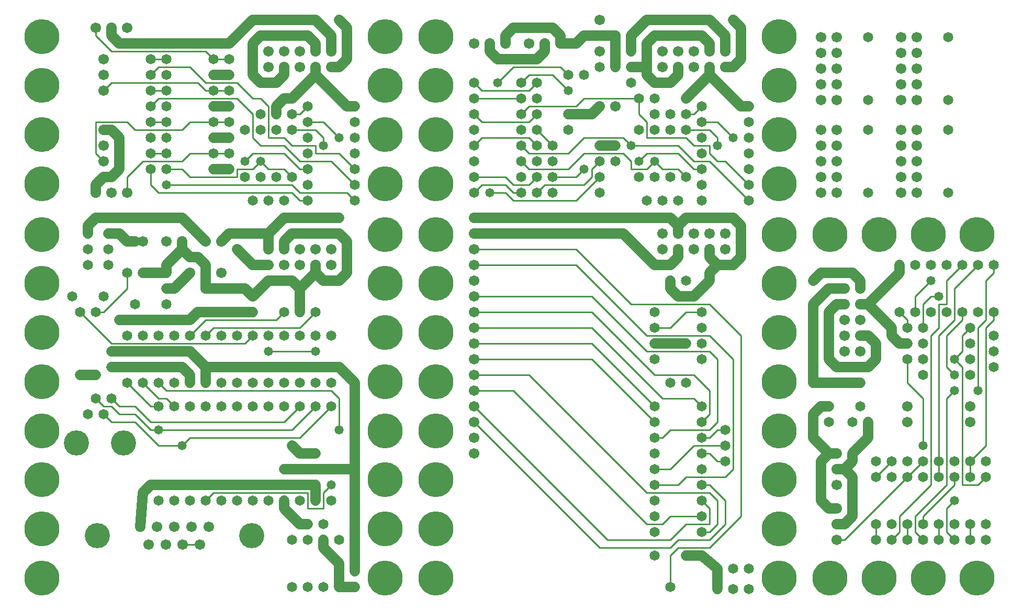
<source format=gtl>
%MOIN*%
%FSLAX25Y25*%
G04 D10 used for Character Trace; *
G04     Circle (OD=.01000) (No hole)*
G04 D11 used for Power Trace; *
G04     Circle (OD=.06500) (No hole)*
G04 D12 used for Signal Trace; *
G04     Circle (OD=.01100) (No hole)*
G04 D13 used for Via; *
G04     Circle (OD=.05800) (Round. Hole ID=.02800)*
G04 D14 used for Component hole; *
G04     Circle (OD=.06500) (Round. Hole ID=.03500)*
G04 D15 used for Component hole; *
G04     Circle (OD=.06700) (Round. Hole ID=.04300)*
G04 D16 used for Component hole; *
G04     Circle (OD=.08100) (Round. Hole ID=.05100)*
G04 D17 used for Component hole; *
G04     Circle (OD=.08900) (Round. Hole ID=.05900)*
G04 D18 used for Component hole; *
G04     Circle (OD=.11300) (Round. Hole ID=.08300)*
G04 D19 used for Component hole; *
G04     Circle (OD=.16000) (Round. Hole ID=.13000)*
G04 D20 used for Component hole; *
G04     Circle (OD=.18300) (Round. Hole ID=.15300)*
G04 D21 used for Component hole; *
G04     Circle (OD=.22291) (Round. Hole ID=.19291)*
%ADD10C,.01000*%
%ADD11C,.06500*%
%ADD12C,.01100*%
%ADD13C,.05800*%
%ADD14C,.06500*%
%ADD15C,.06700*%
%ADD16C,.08100*%
%ADD17C,.08900*%
%ADD18C,.11300*%
%ADD19C,.16000*%
%ADD20C,.18300*%
%ADD21C,.22291*%
%IPPOS*%
%LPD*%
G90*X0Y0D02*D21*X15625Y15625D03*Y46875D03*D19*    
X50800Y42400D03*D21*X15625Y78125D03*D15*          
X78200Y48100D03*D11*X80000Y70000D01*              
X85000Y75000D01*X190000D01*Y65000D01*D14*D03*D12* 
X185000Y60000D02*X195000D01*X185000Y70000D02*     
Y60000D01*X125000Y70000D02*X185000D01*            
X120000Y65000D02*X125000Y70000D01*D14*            
X120000Y65000D03*X130000D03*X110000D03*D15*       
X110900Y48100D03*X121800D03*D14*X140000Y65000D03* 
X100000D03*D15*Y48100D03*D19*X149200Y42400D03*D15*
X94600Y36800D03*X105400D03*D12*X116300D01*D15*D03*
X89100Y48100D03*X83700Y36800D03*D14*              
X90000Y65000D03*X150000D03*X160000D03*D11*        
X170000D02*Y60000D01*D14*Y65000D03*D11*Y60000D02* 
X180000Y50000D01*X185000D01*D14*D03*              
X195000Y40000D03*D11*Y35000D01*X205000Y25000D01*  
Y10000D01*D14*D03*D11*X215000D01*D14*D03*         
Y20000D03*D11*Y85000D01*X170000D01*D13*D03*D11*   
X175000Y100000D02*X180000Y95000D01*D13*           
X175000Y100000D03*D11*X180000Y95000D02*X190000D01*
D13*D03*D12*X110000Y105000D02*X180000D01*         
X105000Y100000D02*X110000Y105000D01*D13*          
X105000Y100000D03*D12*X90000D01*X75000Y115000D01* 
X60000D01*X55000Y120000D01*D14*D03*D12*Y125000D02*
X60000D01*X50000Y130000D02*X55000Y125000D01*D14*  
X50000Y130000D03*D12*X60000Y125000D02*            
X65000Y120000D01*X75000D01*X85000Y110000D01*      
X90000D01*D13*D03*D12*X175000D01*                 
X190000Y125000D01*D14*D03*D12*X95000Y135000D02*   
X200000D01*X90000Y140000D02*X95000Y135000D01*D14* 
X90000Y140000D03*X100000D03*X80000D03*D12*        
X90000Y130000D01*X95000D01*X100000Y125000D01*D14* 
D03*X110000D03*X90000D03*D12*X85000D01*           
X70000Y140000D01*D14*D03*X60000Y150000D03*D11*    
X105000D01*X110000Y145000D01*Y140000D01*D14*D03*  
D11*Y160000D02*X120000Y150000D01*X60000Y160000D02*
X110000D01*D14*X60000D03*D12*X40000Y185000D02*    
X60000Y165000D01*D14*X40000Y185000D03*X50000D03*  
D12*X55000D01*X70000Y200000D01*Y210000D01*D14*D03*
X80000D03*D11*X95000D01*D14*D03*D11*Y215000D01*   
X105000Y225000D01*Y230000D01*D15*D03*D11*         
Y225000D02*X110000Y220000D01*X115000D01*          
X120000Y215000D01*Y200000D01*D15*D03*D11*         
X145000D01*X150000Y195000D01*D14*D03*D11*         
X160000Y205000D01*X175000D01*X180000Y200000D01*   
Y185000D01*D14*D03*X190000D03*D12*                
X180000Y175000D01*X125000D01*X120000Y170000D01*   
D14*D03*D11*X65000Y180000D02*X110000D01*D13*      
X65000D03*D14*X75000Y190000D03*X70000Y170000D03*  
X80000D03*D12*X60000Y165000D02*X145000D01*        
X150000Y170000D01*D14*D03*D13*X160000Y160000D03*  
D12*X190000D01*D13*D03*D14*X200000Y170000D03*     
X180000D03*X190000D03*D11*X120000Y150000D02*      
X205000D01*X120000D02*Y140000D01*D14*D03*         
X130000D03*X120000Y125000D03*X130000D03*          
X140000D03*Y140000D03*X90000Y170000D03*X140000D03*
X150000Y125000D03*X130000Y170000D03*              
X150000Y140000D03*X110000Y170000D03*D12*          
X120000Y180000D01*X165000D01*X170000Y185000D01*   
D14*D03*D11*X180000Y200000D02*X190000Y210000D01*  
Y215000D01*D15*D03*D11*Y210000D02*                
X195000Y205000D01*X205000D01*X210000Y210000D01*   
Y230000D01*X205000Y235000D01*X175000D01*          
X170000Y230000D01*Y225000D01*D15*D03*             
X180000Y215000D03*D11*X135000Y235000D02*          
X160000D01*X130000Y230000D02*X135000Y235000D01*   
D15*X130000Y230000D03*D13*X140000Y225000D03*D11*  
X150000Y215000D01*X160000D01*D15*D03*X170000D03*  
X160000Y225000D03*D11*Y235000D01*                 
X170000Y245000D01*X205000D01*D13*D03*D15*         
X190000Y225000D03*X200000D03*X180000D03*D21*      
X234375Y234375D03*D15*X200000Y215000D03*D21*      
X234375Y203125D03*D14*X150000Y185000D03*D11*      
X115000D01*X110000Y180000D01*D14*                 
X100000Y170000D03*X95000Y190000D03*D11*Y200000D02*
X100000D01*D14*X95000D03*D11*X100000D02*          
X110000Y210000D01*D15*D03*X120000Y230000D03*D11*  
X105000Y245000D01*X50000D01*X45000Y240000D01*     
Y235000D01*D14*D03*X58000Y225000D03*Y235000D03*   
D11*X65000D01*X70000Y230000D01*D15*D03*D11*       
X75000D01*D15*X80000D03*X95000D03*D14*            
X58000Y215000D03*X45000Y225000D03*Y215000D03*     
X55000Y195000D03*X35000D03*D15*X130000Y210000D03* 
D21*X15625Y171875D03*Y234375D03*Y203125D03*D14*   
X160000Y170000D03*X40000Y145000D03*D11*X50000D01* 
D14*D03*X60000Y130000D03*D12*X65000Y125000D01*    
X75000D01*X85000Y115000D01*X170000D01*            
X180000Y125000D01*D14*D03*X170000D03*             
X190000Y140000D03*X180000D03*X170000D03*          
X160000D03*X200000Y125000D03*D12*                 
X180000Y105000D01*D14*X160000Y125000D03*D12*      
X200000Y135000D02*X205000Y130000D01*Y110000D01*   
D13*D03*D11*X215000Y140000D02*Y85000D01*          
X205000Y150000D02*X215000Y140000D01*D14*          
X200000D03*D21*X234375Y140625D03*Y171875D03*D14*  
X170000Y170000D03*D21*X234375Y109375D03*Y78125D03*
D13*X200000Y75000D03*D12*X195000Y70000D01*        
Y60000D01*D14*X200000Y65000D03*X195000Y50000D03*  
X180000Y65000D03*X175000Y40000D03*X185000D03*     
X205000D03*D21*X234375Y46875D03*Y15625D03*D14*    
X175000Y10000D03*X185000D03*X195000D03*D19*       
X67500Y101500D03*D14*X45000Y120000D03*D19*        
X37500Y101500D03*D21*X15625Y140625D03*Y109375D03* 
G90*X0Y1000D02*D14*X215000Y256000D03*D12*         
X210000Y261000D01*X180000D01*X175000Y266000D01*   
X95000D01*D13*D03*D12*X85000D02*X90000Y261000D01* 
X85000Y276000D02*Y266000D01*D14*Y276000D03*D12*   
X70000Y271000D02*X80000Y281000D01*                
X70000Y271000D02*Y261000D01*D15*D03*D11*          
X55000Y271000D02*X60000D01*X50000Y266000D02*      
X55000Y271000D01*X50000Y266000D02*Y261000D01*D15* 
D03*D11*X60000Y271000D02*X65000Y276000D01*        
Y296000D01*X60000Y301000D01*X55000D01*D15*D03*D12*
X50000Y306000D02*Y286000D01*X55000Y281000D01*D15* 
D03*Y291000D03*D12*X70000Y306000D02*              
X75000Y301000D01*X50000Y306000D02*X70000D01*D15*  
X55000Y326000D03*D12*X60000Y331000D01*X115000D01* 
X120000Y326000D01*X125000D01*D14*D03*D12*         
X135000D01*D14*D03*D12*X90000Y321000D02*          
X140000D01*X85000Y316000D02*X90000Y321000D01*D14* 
X85000Y316000D03*X95000Y306000D03*D12*X85000D01*  
D14*D03*X95000Y296000D03*Y316000D03*              
X85000Y296000D03*D12*X75000Y301000D02*X105000D01* 
X110000Y306000D01*X125000D01*D14*D03*D12*         
X135000D01*D14*D03*X125000Y316000D03*D11*         
X135000D01*D14*D03*D12*X140000Y321000D02*         
X150000Y311000D01*Y296000D01*X155000Y291000D01*   
X170000D01*X180000Y281000D01*X200000D01*          
X215000Y266000D01*D14*D03*Y276000D03*D12*         
X205000Y286000D01*X190000D01*Y291000D01*          
X175000D01*X170000Y296000D01*X160000D01*          
Y316000D01*X155000Y321000D01*X150000D01*          
X140000Y331000D01*X120000D01*X110000Y341000D01*   
X90000D01*X85000Y336000D01*D14*D03*               
X95000Y326000D03*D12*X85000D01*D14*D03*           
X95000Y336000D03*Y346000D03*D12*X85000D01*D14*D03*
D11*X60000Y361000D02*X65000Y356000D01*            
X60000Y366000D02*Y361000D01*D15*Y366000D03*       
X70000D03*X50000D03*D12*Y361000D01*               
X60000Y351000D01*X120000D01*X125000Y346000D01*D14*
D03*D12*X135000D01*D14*D03*X125000Y336000D03*D11* 
X135000D01*D14*D03*D11*X150000Y356000D02*         
Y336000D01*Y356000D02*X155000Y361000D01*          
X185000D01*X190000Y356000D01*Y351000D01*D15*D03*  
X200000Y341000D03*D11*X205000D01*                 
X210000Y346000D01*Y366000D01*X205000Y371000D01*   
D13*D03*D11*X190000D02*X200000Y361000D01*         
X150000Y371000D02*X190000D01*X135000Y356000D02*   
X150000Y371000D01*D13*X135000Y356000D03*D11*      
X65000D01*D15*X55000Y346000D03*Y336000D03*D21*    
X15625Y360375D03*Y329125D03*D14*X125000Y296000D03*
D11*X135000D01*D14*D03*X125000Y286000D03*D12*     
X110000D01*X105000Y281000D01*X80000D01*D14*       
X85000Y286000D03*D12*X95000D01*D14*D03*D12*       
Y276000D02*X105000D01*D14*X95000D03*D12*          
X105000D02*X110000Y271000D01*X140000D01*          
Y276000D01*X150000D01*X155000Y281000D01*D13*D03*  
D12*X160000Y276000D01*X170000D01*                 
X175000Y271000D01*D14*D03*D12*X170000Y286000D02*  
X180000Y276000D01*X150000Y286000D02*X170000D01*   
X145000Y281000D02*X150000Y286000D01*D13*          
X145000Y281000D03*D14*X155000Y271000D03*          
X135000Y286000D03*D12*X125000D01*D14*             
X135000Y276000D03*D11*X125000D01*D14*D03*         
X145000Y271000D03*X150000Y256000D03*              
X145000Y301000D03*X155000D03*Y311000D03*          
X160000Y256000D03*D12*X90000Y261000D02*X175000D01*
X180000Y256000D01*X185000D01*D14*D03*Y266000D03*  
X170000Y256000D03*X165000Y271000D03*              
X185000Y276000D03*D12*X180000D01*D14*             
X185000Y286000D03*D13*X195000Y291000D03*D12*      
Y296000D01*X190000Y301000D01*X175000D01*D14*D03*  
X165000Y311000D03*D11*Y316000D01*                 
X170000Y321000D01*X175000D01*D14*D03*D11*         
X190000Y336000D01*Y341000D01*D15*D03*D11*         
Y336000D02*X210000Y316000D01*X215000D01*D14*D03*  
Y306000D03*D21*X234375Y297875D03*D13*             
X205000Y296000D03*D12*X195000Y306000D01*          
X185000D01*D14*D03*D12*X175000Y311000D02*         
X180000D01*D14*X175000D03*D12*X180000D02*         
X185000Y316000D01*D14*D03*D11*X155000Y331000D02*  
X165000D01*X150000Y336000D02*X155000Y331000D01*   
D15*X160000Y341000D03*Y351000D03*D11*             
X165000Y331000D02*X170000Y336000D01*Y341000D01*   
D15*D03*X180000Y351000D03*Y341000D03*             
X170000Y351000D03*X200000D03*D11*Y361000D01*D21*  
X234375Y329125D03*Y360375D03*D14*                 
X165000Y301000D03*X185000Y296000D03*X215000D03*   
Y286000D03*D21*X234375Y266625D03*D15*             
X60000Y261000D03*D21*X15625Y297875D03*Y266625D03* 
G90*X1000Y0D02*X266625Y15625D03*Y46875D03*        
Y78125D03*Y109375D03*Y140625D03*Y171875D03*       
Y203125D03*Y234375D03*D15*X291000Y95000D03*       
Y105000D03*Y115000D03*D12*X371000Y35000D01*       
X416000D01*X421000Y40000D01*X441000D01*           
X451000Y50000D01*Y65000D01*X441000Y75000D01*      
X436000D01*D14*D03*D12*X401000Y70000D02*          
X441000D01*X326000Y145000D02*X401000Y70000D01*    
X291000Y145000D02*X326000D01*D15*X291000D03*      
Y155000D03*D12*X366000D01*X406000Y115000D01*D14*  
D03*D12*X411000Y105000D02*X416000Y110000D01*      
X406000Y105000D02*X411000D01*D14*X406000D03*      
Y95000D03*D12*X416000Y110000D02*X441000D01*       
X446000Y115000D01*Y155000D01*X441000Y160000D01*   
X401000D01*X366000Y195000D01*X291000D01*D15*D03*  
Y205000D03*Y185000D03*D12*X366000D01*             
X406000Y145000D01*X431000D01*X441000Y135000D01*   
Y120000D01*X436000Y115000D01*D14*D03*D12*         
X441000Y105000D02*X446000Y110000D01*              
X436000Y105000D02*X441000D01*D14*X436000D03*D12*  
X416000Y85000D02*X431000Y100000D01*               
X406000Y85000D02*X416000D01*D14*X406000D03*       
Y75000D03*D12*X421000D01*X426000Y80000D01*        
X451000D01*X456000Y85000D01*Y155000D01*           
X441000Y170000D01*X401000D01*X356000Y215000D01*   
X291000D01*D15*D03*Y225000D03*D12*X356000D01*     
X391000Y190000D01*X441000D01*X461000Y170000D01*   
Y55000D01*X441000Y35000D01*X421000D01*            
X416000Y30000D01*Y10000D01*D14*D03*D11*           
X426000Y30000D02*X436000D01*D14*X426000D03*D12*   
X376000Y40000D02*X416000D01*X291000Y125000D02*    
X376000Y40000D01*D15*X291000Y125000D03*Y135000D03*
D12*X316000D01*X401000Y50000D01*X411000D01*       
X416000Y55000D01*X436000D01*D14*D03*D12*          
X426000Y50000D02*X441000D01*X416000Y40000D02*     
X426000Y50000D01*D14*X406000Y30000D03*Y45000D03*  
Y55000D03*D11*X436000Y30000D02*X446000Y21500D01*  
D14*D03*D11*Y8500D01*D14*D03*X456000Y21500D03*    
Y8500D03*X466000D03*Y21500D03*D12*                
X436000Y45000D02*X441000D01*D14*X436000D03*D12*   
X441000Y60000D02*Y50000D01*X436000Y65000D02*      
X441000Y60000D01*D14*X436000Y65000D03*D12*        
X441000Y70000D02*X446000Y65000D01*Y50000D01*      
X441000Y45000D01*D14*X406000Y65000D03*            
X436000Y85000D03*D21*X485375Y15625D03*D14*        
X451000Y90000D03*D12*X446000D01*X441000Y95000D01* 
X436000D01*D14*D03*D12*X431000Y100000D02*         
X451000D01*D14*D03*Y110000D03*D12*X446000D01*D14* 
X436000Y125000D03*D12*X431000Y130000D01*          
X411000D01*X366000Y175000D01*X291000D01*D15*D03*  
Y165000D03*D12*X366000D01*X406000Y125000D01*D14*  
D03*X416000Y140000D03*X426000D03*                 
X436000Y155000D03*X406000D03*X436000Y165000D03*   
D13*X426000D03*D11*X406000D01*D14*D03*D12*        
Y175000D02*X416000D01*D14*X406000D03*D12*         
X416000D02*X426000Y185000D01*X436000D01*D14*D03*  
Y175000D03*D11*X421000Y195000D02*X431000D01*      
X416000Y200000D02*X421000Y195000D01*              
X416000Y205000D02*Y200000D01*D14*Y205000D03*D11*  
X386000Y235000D02*X406000Y215000D01*              
X291000Y235000D02*X386000D01*D15*X291000D03*      
Y245000D03*D11*X416000D01*X421000Y240000D01*      
Y235000D01*D15*D03*D11*Y240000D02*                
X426000Y245000D01*X456000D01*X461000Y240000D01*   
Y220000D01*X456000Y215000D01*X446000D01*          
X441000Y220000D01*Y225000D01*D15*D03*             
X451000Y235000D03*X431000D03*X451000Y225000D03*   
X441000Y235000D03*X431000Y225000D03*D11*          
X441000Y210000D02*X446000Y215000D01*              
X441000Y210000D02*Y205000D01*X431000Y195000D01*   
D14*X426000Y205000D03*D11*X406000Y215000D02*      
X416000D01*D15*X411000Y225000D03*D11*             
X416000Y215000D02*X421000Y220000D01*Y225000D01*   
D15*D03*X411000Y235000D03*D14*X406000Y185000D03*  
D21*X485375Y171875D03*Y203125D03*Y234375D03*      
Y140625D03*Y109375D03*Y78125D03*Y46875D03*G90*    
X1000Y1000D02*X266625Y266625D03*D14*              
X291000Y291000D03*D12*X296000Y296000D01*          
X326000D01*X331000Y291000D01*D14*D03*D12*         
X321000D02*X326000Y286000D01*D14*                 
X321000Y291000D03*D12*X326000Y286000D02*          
X351000D01*X361000Y296000D01*X386000D01*          
X391000Y291000D01*D13*D03*D12*X421000D01*         
X431000Y281000D01*X441000D01*X466000Y256000D01*   
D14*D03*Y266000D03*D12*X451000Y281000D01*         
X446000D01*X441000Y286000D01*Y291000D01*          
X431000D01*X426000Y296000D01*X401000D01*          
Y306000D01*X396000Y311000D01*Y321000D01*D14*D03*  
D12*X361000D01*X356000Y316000D01*X326000D01*      
X321000Y311000D01*D14*D03*D12*X296000Y306000D02*  
X326000D01*X291000Y311000D02*X296000Y306000D01*   
D14*X291000Y311000D03*Y321000D03*D12*X321000D01*  
D14*D03*D12*X296000Y326000D02*X326000D01*         
X291000Y331000D02*X296000Y326000D01*D14*          
X291000Y331000D03*D11*X301000Y351000D02*          
X306000Y346000D01*X301000Y356000D02*Y351000D01*   
D15*Y356000D03*X311000D03*D11*Y361000D01*         
X316000Y366000D01*X341000D01*X346000Y361000D01*   
Y356000D01*D15*D03*D11*X356000D01*                
X361000Y361000D01*X381000D01*D15*D03*D11*         
Y341000D01*D14*D03*X391000Y331000D03*D13*         
Y351000D03*D11*Y361000D01*X401000Y371000D01*      
X441000D01*X451000Y361000D01*Y351000D01*D15*D03*  
X441000Y341000D03*D11*Y336000D01*                 
X426000Y321000D01*D14*D03*D11*X406000Y331000D02*  
X416000D01*X401000Y336000D02*X406000Y331000D01*   
X401000Y341000D02*Y336000D01*X391000Y341000D02*   
X401000D01*D14*X391000D03*D11*X401000Y356000D02*  
Y341000D01*Y356000D02*X406000Y361000D01*          
X436000D01*X441000Y356000D01*Y351000D01*D15*D03*  
X451000Y341000D03*D11*X456000D01*                 
X461000Y346000D01*Y366000D01*X456000Y371000D01*   
D13*D03*D15*X431000Y351000D03*Y341000D03*D21*     
X485375Y360375D03*D11*X416000Y331000D02*          
X421000Y336000D01*Y341000D01*D15*D03*             
X411000Y351000D03*X421000D03*X411000Y341000D03*   
D14*X406000Y321000D03*D11*X441000Y336000D02*      
X461000Y316000D01*X466000D01*D14*D03*Y306000D03*  
D21*X485375Y297875D03*D12*X441000Y301000D02*      
X446000Y296000D01*X426000Y301000D02*X441000D01*   
D14*X426000D03*X416000Y311000D03*                 
X436000Y296000D03*D12*X426000Y311000D02*          
X431000D01*D14*X426000D03*D12*X431000D02*         
X436000Y316000D01*D14*D03*D12*Y306000D02*         
X446000D01*D14*X436000D03*D12*X446000Y296000D02*  
Y291000D01*D13*D03*X456000Y296000D03*D12*         
X446000Y306000D01*D14*X466000Y286000D03*          
Y296000D03*X436000Y286000D03*D12*X401000D02*      
X421000D01*X396000Y281000D02*X401000Y286000D01*   
D13*X396000Y281000D03*D12*X391000Y276000D02*      
X401000D01*X391000Y281000D02*Y276000D01*          
X386000Y286000D02*X391000Y281000D01*              
X361000Y286000D02*X386000D01*X351000Y276000D02*   
X361000Y286000D01*X326000Y276000D02*X351000D01*   
X321000Y281000D02*X326000Y276000D01*D14*          
X321000Y281000D03*X331000Y271000D03*D12*          
X326000Y266000D01*X316000D01*X311000Y271000D01*   
X291000D01*D14*D03*D12*Y261000D02*                
X296000Y266000D01*D14*X291000Y261000D03*D12*      
X296000Y266000D02*X311000D01*X316000Y261000D01*   
X321000D01*D14*D03*D12*X311000D02*                
X316000Y256000D01*X301000Y261000D02*X311000D01*   
D13*X301000D03*D12*X316000Y256000D02*X356000D01*  
X371000Y271000D01*D14*D03*D12*X366000Y276000D02*  
Y271000D01*X361000Y266000D01*X336000D01*          
X331000Y261000D01*D14*D03*X341000Y271000D03*D12*  
X356000D01*X361000Y276000D01*D13*D03*D12*         
X366000D02*X371000Y281000D01*D14*D03*             
X381000Y291000D03*D11*X371000D01*D14*D03*         
X381000Y281000D03*X351000Y311000D03*D11*          
X366000D01*X371000Y316000D01*D15*D03*X381000D03*  
D14*X351000Y336000D03*D12*X346000Y341000D01*      
X316000D01*X306000Y331000D01*D13*D03*D14*         
X321000D03*D12*X326000Y336000D01*X341000D01*      
X351000Y326000D01*D13*D03*D14*X361000Y336000D03*  
D11*X306000Y346000D02*X331000D01*D15*             
X291000Y356000D03*D12*X326000Y326000D02*          
X331000Y331000D01*D14*D03*Y321000D03*D11*         
Y346000D02*X336000Y351000D01*Y356000D01*D15*D03*  
X326000D03*D14*X371000Y341000D03*D15*Y351000D03*  
Y371000D03*D14*X331000Y311000D03*D12*             
X326000Y306000D01*D14*X331000Y301000D03*D12*      
X341000Y291000D01*D14*D03*X351000Y301000D03*      
X331000Y281000D03*X341000D03*X321000Y271000D03*   
Y301000D03*X371000Y261000D03*X341000D03*          
X291000Y301000D03*Y281000D03*X396000Y271000D03*   
Y301000D03*X401000Y256000D03*D12*Y276000D02*      
X406000Y281000D01*D13*D03*D12*X411000Y276000D01*  
X421000D01*X426000Y271000D01*D14*D03*D12*         
X421000Y286000D02*X431000Y276000D01*X436000D01*   
D14*D03*Y266000D03*X421000Y256000D03*X436000D03*  
X416000Y271000D03*Y301000D03*X411000Y256000D03*   
X406000Y301000D03*X466000Y276000D03*              
X406000Y271000D03*Y311000D03*D21*                 
X485375Y266625D03*Y329125D03*X266625Y360375D03*   
Y329125D03*Y297875D03*G90*X2000Y0D02*D11*         
X517000Y95000D02*X507000Y105000D01*               
X512000Y90000D02*X517000Y95000D01*                
X512000Y65000D02*Y90000D01*X517000Y60000D02*      
X512000Y65000D01*X517000Y60000D02*X522000D01*D15* 
D03*D11*X527000Y50000D02*X532000Y55000D01*        
X522000Y50000D02*X527000D01*D15*X522000D03*       
Y40000D03*D12*X527000D01*X567000Y80000D01*D14*D03*
D12*X577000Y90000D01*D14*D03*X587000Y80000D03*D12*
Y90000D01*D14*D03*D12*Y170000D01*                 
X597000Y180000D01*Y200000D01*X612000Y215000D01*   
D14*D03*D12*X617000Y205000D02*X622000Y210000D01*  
X617000Y180000D02*Y205000D01*X612000Y175000D02*   
X617000Y180000D01*X612000Y135000D02*Y175000D01*   
D13*Y135000D03*D15*X607000Y125000D03*D14*         
Y145000D03*X622000Y150000D03*D13*                 
X597000Y145000D03*D12*X592000Y150000D01*          
Y170000D01*X602000Y180000D01*Y185000D01*D14*D03*  
D12*X587000Y190000D02*X592000D01*                 
X587000Y175000D02*Y190000D01*X582000Y170000D02*   
X587000Y175000D01*X582000Y75000D02*Y170000D01*    
X562000Y55000D02*X582000Y75000D01*                
X562000Y45000D02*Y55000D01*X557000Y40000D02*      
X562000Y45000D01*D14*X557000Y40000D03*            
X567000Y50000D03*D12*Y40000D01*D14*D03*D12*       
X577000D02*X572000Y45000D01*D14*X577000Y40000D03* 
D12*X572000Y45000D02*Y55000D01*X592000Y75000D01*  
Y130000D01*X597000Y135000D01*D13*D03*D12*         
X602000Y75000D02*Y150000D01*Y75000D02*X612000D01* 
X617000Y80000D01*D14*D03*X607000Y90000D03*D12*    
Y80000D01*D14*D03*X617000Y90000D03*X597000D03*D12*
X607000D02*X617000Y100000D01*Y175000D01*          
X622000Y180000D01*Y185000D01*D14*D03*X612000D03*  
X622000Y170000D03*X607000Y175000D03*D12*          
X602000Y170000D01*Y160000D01*X597000Y155000D01*   
D13*D03*D12*X602000Y150000D01*D14*                
X607000Y155000D03*Y165000D03*X622000Y160000D03*   
X577000Y175000D03*D12*Y190000D01*                 
X582000Y195000D01*X587000D01*D13*D03*D12*         
X592000Y190000D02*Y205000D01*X602000Y215000D01*   
D14*D03*X592000D03*D21*X580125Y234375D03*         
X611375D03*D12*X622000Y210000D02*Y215000D01*D14*  
D03*X592000Y185000D03*X582000Y215000D03*D13*      
Y205000D03*D12*X572000Y195000D01*Y185000D01*D14*  
D03*D12*X567000Y175000D02*Y180000D01*D14*         
Y175000D03*D12*Y180000D02*X562000Y185000D01*D14*  
D03*X557000Y175000D03*D11*Y170000D01*             
X562000Y165000D01*X567000D01*D14*D03*             
X577000Y155000D03*D11*X557000Y175000D02*          
X542000Y190000D01*X537000D01*D15*D03*D11*         
X542000D02*X562000Y210000D01*Y215000D01*D14*D03*  
X572000D03*D21*X548875Y234375D03*D11*             
X537000Y200000D02*Y205000D01*D15*Y200000D03*D11*  
Y205000D02*X532000Y210000D01*X512000D01*          
X507000Y205000D01*D13*D03*D11*Y190000D02*         
X517000Y200000D01*X507000Y140000D02*Y190000D01*   
D13*Y140000D03*D11*X537000D01*D13*D03*D11*        
X522000Y150000D02*X542000D01*X522000D02*          
X517000Y155000D01*Y185000D01*X522000Y190000D01*   
X527000D01*D15*D03*X537000Y180000D03*D11*         
X517000Y200000D02*X527000D01*D15*D03*Y180000D03*  
Y170000D03*X537000D03*D11*X542000D01*             
X547000Y165000D01*Y155000D01*X542000Y150000D01*   
D15*X537000Y160000D03*X527000D03*                 
X567000Y125000D03*D14*X517000D03*D11*X512000D01*  
X507000Y120000D01*Y105000D01*X517000Y95000D02*    
X522000D01*D15*D03*D11*X527000Y85000D02*          
X532000Y90000D01*Y80000D02*X527000Y85000D01*      
X532000Y55000D02*Y80000D01*D14*X547000Y40000D03*  
D12*Y50000D01*D14*D03*X557000D03*D15*             
X522000Y75000D03*D14*X577000Y80000D03*X557000D03* 
X577000Y50000D03*D12*Y55000D01*X597000Y75000D01*  
Y80000D01*D14*D03*D13*Y65000D03*D12*              
X592000Y60000D01*Y45000D01*X597000Y40000D01*D14*  
D03*X607000Y50000D03*D12*Y40000D01*D14*D03*       
X617000Y50000D03*X597000D03*X617000Y40000D03*     
X587000Y50000D03*D12*Y40000D01*D14*D03*D21*       
X611375Y15625D03*X580125D03*D14*X547000Y80000D03* 
D12*X557000Y90000D01*D14*D03*X567000D03*          
X547000D03*D11*X532000Y95000D02*X542000Y105000D01*
X532000Y90000D02*Y95000D01*X522000Y85000D02*      
X527000D01*D15*X522000D03*D11*X542000Y105000D02*  
Y115000D01*D14*D03*X532000D03*X537000Y125000D03*  
D12*X577000Y130000D02*X567000Y140000D01*          
X577000Y100000D02*Y130000D01*D13*Y100000D03*D15*  
X567000Y115000D03*X607000D03*D12*                 
X567000Y140000D02*Y155000D01*D14*D03*             
X577000Y145000D03*Y165000D03*X582000Y185000D03*   
X517000Y115000D03*D21*X517625Y234375D03*Y15625D03*
X548875D03*G90*X2000Y1000D02*D15*                 
X512000Y261000D03*Y271000D03*Y281000D03*          
Y291000D03*Y301000D03*X522000Y261000D03*          
Y271000D03*Y281000D03*Y291000D03*Y301000D03*D14*  
X542000Y261000D03*Y301000D03*G90*X2000Y0D02*D15*  
X512000Y320000D03*Y330000D03*Y340000D03*          
Y350000D03*Y360000D03*X522000Y320000D03*          
Y330000D03*Y340000D03*Y350000D03*Y360000D03*D14*  
X542000Y320000D03*Y360000D03*G90*X3000Y1000D02*   
D15*X563000Y261000D03*Y271000D03*Y281000D03*      
Y291000D03*Y301000D03*X573000Y261000D03*          
Y271000D03*Y281000D03*Y291000D03*Y301000D03*D14*  
X593000Y261000D03*Y301000D03*G90*X3000Y0D02*D15*  
X563000Y320000D03*Y330000D03*Y340000D03*          
Y350000D03*Y360000D03*X573000Y320000D03*          
Y330000D03*Y340000D03*Y350000D03*Y360000D03*D14*  
X593000Y320000D03*Y360000D03*M02*                 

</source>
